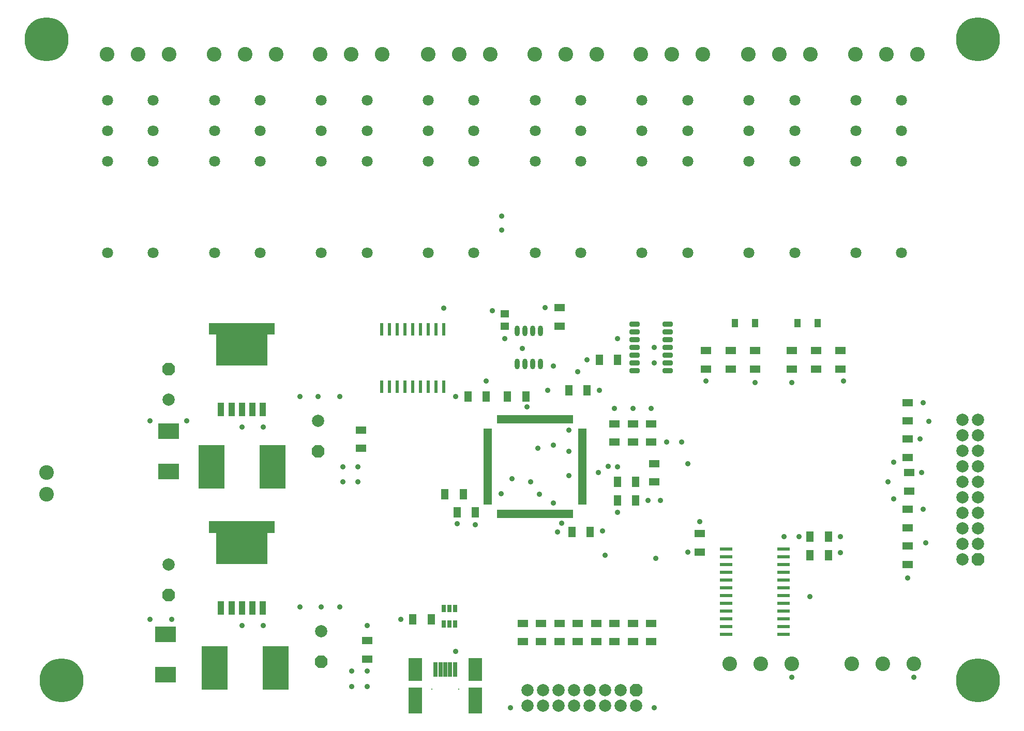
<source format=gbr>
%TF.GenerationSoftware,Altium Limited,Altium Designer,22.4.2 (48)*%
G04 Layer_Color=8388736*
%FSLAX45Y45*%
%MOMM*%
%TF.SameCoordinates,D9E3D5A9-656C-4745-A5A9-85A6BD0C2532*%
%TF.FilePolarity,Negative*%
%TF.FileFunction,Soldermask,Top*%
%TF.Part,Single*%
G01*
G75*
%TA.AperFunction,SMDPad,CuDef*%
%ADD20R,0.60000X2.00000*%
%ADD21R,2.00000X0.60000*%
%ADD22C,6.29100*%
%ADD23R,1.07000X2.16000*%
G04:AMPARAMS|DCode=49|XSize=1.7532mm|YSize=0.8032mm|CornerRadius=0.4016mm|HoleSize=0mm|Usage=FLASHONLY|Rotation=270.000|XOffset=0mm|YOffset=0mm|HoleType=Round|Shape=RoundedRectangle|*
%AMROUNDEDRECTD49*
21,1,1.75320,0.00000,0,0,270.0*
21,1,0.95000,0.80320,0,0,270.0*
1,1,0.80320,0.00000,-0.47500*
1,1,0.80320,0.00000,0.47500*
1,1,0.80320,0.00000,0.47500*
1,1,0.80320,0.00000,-0.47500*
%
%ADD49ROUNDEDRECTD49*%
%ADD50R,1.80320X1.20320*%
%ADD51R,4.20320X7.20320*%
%ADD52R,1.20320X1.80320*%
%ADD53R,1.45320X1.20320*%
%ADD54R,3.50320X2.60320*%
G04:AMPARAMS|DCode=55|XSize=0.8032mm|YSize=1.6532mm|CornerRadius=0.1526mm|HoleSize=0mm|Usage=FLASHONLY|Rotation=270.000|XOffset=0mm|YOffset=0mm|HoleType=Round|Shape=RoundedRectangle|*
%AMROUNDEDRECTD55*
21,1,0.80320,1.34800,0,0,270.0*
21,1,0.49800,1.65320,0,0,270.0*
1,1,0.30520,-0.67400,-0.24900*
1,1,0.30520,-0.67400,0.24900*
1,1,0.30520,0.67400,0.24900*
1,1,0.30520,0.67400,-0.24900*
%
%ADD55ROUNDEDRECTD55*%
%ADD56R,1.40320X0.50320*%
%ADD57R,0.50320X1.40320*%
%ADD58R,1.11320X1.42320*%
%ADD59R,0.80320X1.30320*%
%TA.AperFunction,ConnectorPad*%
%ADD60R,2.20320X4.20320*%
%ADD61R,2.20320X3.70320*%
%ADD62R,0.70320X2.40320*%
%TA.AperFunction,ComponentPad*%
%ADD63C,2.00320*%
G04:AMPARAMS|DCode=64|XSize=2.0032mm|YSize=2.0032mm|CornerRadius=0mm|HoleSize=0mm|Usage=FLASHONLY|Rotation=90.000|XOffset=0mm|YOffset=0mm|HoleType=Round|Shape=Octagon|*
%AMOCTAGOND64*
4,1,8,0.50080,1.00160,-0.50080,1.00160,-1.00160,0.50080,-1.00160,-0.50080,-0.50080,-1.00160,0.50080,-1.00160,1.00160,-0.50080,1.00160,0.50080,0.50080,1.00160,0.0*
%
%ADD64OCTAGOND64*%

%ADD65C,2.40320*%
G04:AMPARAMS|DCode=66|XSize=2.0032mm|YSize=2.0032mm|CornerRadius=0mm|HoleSize=0mm|Usage=FLASHONLY|Rotation=180.000|XOffset=0mm|YOffset=0mm|HoleType=Round|Shape=Octagon|*
%AMOCTAGOND66*
4,1,8,-1.00160,0.50080,-1.00160,-0.50080,-0.50080,-1.00160,0.50080,-1.00160,1.00160,-0.50080,1.00160,0.50080,0.50080,1.00160,-0.50080,1.00160,-1.00160,0.50080,0.0*
%
%ADD66OCTAGOND66*%

%ADD67C,1.80320*%
%ADD68C,0.20320*%
%TA.AperFunction,ViaPad*%
%ADD69C,7.20320*%
%ADD70C,0.90320*%
G36*
X4240000Y3163000D02*
X4116500D01*
Y2655000D01*
X3283500D01*
Y3163000D01*
X3160000D01*
Y3354000D01*
X4240000D01*
Y3163000D01*
D02*
G37*
G36*
Y6413000D02*
X4116500D01*
Y5905000D01*
X3283500D01*
Y6413000D01*
X3160000D01*
Y6604000D01*
X4240000D01*
Y6413000D01*
D02*
G37*
D20*
X5988000Y6500000D02*
D03*
X6115000D02*
D03*
X6242000D02*
D03*
X6369000D02*
D03*
X6496000D02*
D03*
X6623000D02*
D03*
X6750000D02*
D03*
X6877000D02*
D03*
X7004000D02*
D03*
Y5560000D02*
D03*
X6877000D02*
D03*
X6750000D02*
D03*
X6623000D02*
D03*
X6496000D02*
D03*
X6369000D02*
D03*
X6242000D02*
D03*
X6115000D02*
D03*
X5988000D02*
D03*
D21*
X12570000Y2898500D02*
D03*
Y2771500D02*
D03*
Y2644500D02*
D03*
Y2517500D02*
D03*
Y2390500D02*
D03*
Y2263500D02*
D03*
Y2136500D02*
D03*
Y2009500D02*
D03*
Y1882500D02*
D03*
Y1755500D02*
D03*
Y1628500D02*
D03*
Y1501500D02*
D03*
X11630000D02*
D03*
Y1628500D02*
D03*
Y1755500D02*
D03*
Y1882500D02*
D03*
Y2009500D02*
D03*
Y2136500D02*
D03*
Y2263500D02*
D03*
Y2390500D02*
D03*
Y2517500D02*
D03*
Y2644500D02*
D03*
Y2771500D02*
D03*
Y2898500D02*
D03*
D22*
X3700000Y6254500D02*
D03*
Y3004500D02*
D03*
D23*
X3360000Y5187000D02*
D03*
X3530000D02*
D03*
X3700000D02*
D03*
X3870000D02*
D03*
X4040000D02*
D03*
X3360000Y1937000D02*
D03*
X3530000D02*
D03*
X3700000D02*
D03*
X3870000D02*
D03*
X4040000D02*
D03*
D49*
X8590500Y6470000D02*
D03*
X8463500D02*
D03*
X8336500D02*
D03*
X8209500D02*
D03*
Y5930000D02*
D03*
X8336500D02*
D03*
X8463500D02*
D03*
X8590500D02*
D03*
D50*
X8900000Y6850000D02*
D03*
Y6550000D02*
D03*
X9800000Y4950000D02*
D03*
Y4650000D02*
D03*
X10100000Y4950000D02*
D03*
Y4650000D02*
D03*
X10400000Y4950000D02*
D03*
Y4650000D02*
D03*
X10450000Y4000000D02*
D03*
Y4300000D02*
D03*
X5650000Y4550000D02*
D03*
Y4850000D02*
D03*
X11200000Y2850000D02*
D03*
Y3150000D02*
D03*
X8300000Y1683000D02*
D03*
Y1383000D02*
D03*
X8600000D02*
D03*
Y1683000D02*
D03*
X9200000D02*
D03*
Y1383000D02*
D03*
X9800000Y1683000D02*
D03*
Y1383000D02*
D03*
X10100000Y1683000D02*
D03*
Y1383000D02*
D03*
X10400000Y1683000D02*
D03*
Y1383000D02*
D03*
X8900000Y1683000D02*
D03*
Y1383000D02*
D03*
X9500000Y1683000D02*
D03*
Y1383000D02*
D03*
X14625000Y4150000D02*
D03*
Y3850000D02*
D03*
X14600000Y4400000D02*
D03*
Y4700000D02*
D03*
Y3550000D02*
D03*
Y3250000D02*
D03*
Y2950000D02*
D03*
Y2650000D02*
D03*
X11299999Y6150000D02*
D03*
Y5850000D02*
D03*
X14600000Y5000000D02*
D03*
Y5300000D02*
D03*
X5750000Y1400000D02*
D03*
Y1100000D02*
D03*
X13499998Y5850000D02*
D03*
Y6150000D02*
D03*
X13099998D02*
D03*
Y5850000D02*
D03*
X12699999Y6150000D02*
D03*
Y5850000D02*
D03*
X11699999Y6150000D02*
D03*
Y5850000D02*
D03*
X12099999Y6150000D02*
D03*
Y5850000D02*
D03*
D51*
X3200000Y4250000D02*
D03*
X4200000D02*
D03*
X3250000Y950000D02*
D03*
X4250000D02*
D03*
D52*
X6800000Y1750000D02*
D03*
X6500000D02*
D03*
X7400000Y5400000D02*
D03*
X7700000D02*
D03*
X10150000Y3700000D02*
D03*
X9850000D02*
D03*
X10150000Y4000000D02*
D03*
X9850000D02*
D03*
X9350000Y5500000D02*
D03*
X9050000D02*
D03*
X9400682Y3179199D02*
D03*
X9100682D02*
D03*
X7525000Y3500000D02*
D03*
X7225000D02*
D03*
X8350000Y5400000D02*
D03*
X8050000D02*
D03*
X7025000Y3800000D02*
D03*
X7325000D02*
D03*
X13300000Y3100000D02*
D03*
X13000000D02*
D03*
Y2800000D02*
D03*
X13300000D02*
D03*
X9550000Y6000000D02*
D03*
X9850000D02*
D03*
D53*
X8000000Y6750000D02*
D03*
Y6550000D02*
D03*
D54*
X2500000Y4830000D02*
D03*
Y4170000D02*
D03*
X2450000Y840000D02*
D03*
Y1500000D02*
D03*
D55*
X10127500Y6581000D02*
D03*
Y6454000D02*
D03*
Y6327000D02*
D03*
Y6200000D02*
D03*
Y6073000D02*
D03*
Y5946000D02*
D03*
Y5819000D02*
D03*
X10672500Y6581000D02*
D03*
Y6454000D02*
D03*
Y6327000D02*
D03*
Y6200000D02*
D03*
Y6073000D02*
D03*
Y5946000D02*
D03*
Y5819000D02*
D03*
D56*
X9275000Y3650000D02*
D03*
Y3700000D02*
D03*
X9275000Y3750000D02*
D03*
X9275000Y3800000D02*
D03*
Y3850000D02*
D03*
Y3900000D02*
D03*
Y3950000D02*
D03*
Y4000000D02*
D03*
Y4050000D02*
D03*
Y4100000D02*
D03*
Y4150000D02*
D03*
Y4200000D02*
D03*
Y4250000D02*
D03*
Y4300000D02*
D03*
X9275000Y4350000D02*
D03*
X9274999Y4400000D02*
D03*
X9275000Y4450000D02*
D03*
Y4500000D02*
D03*
Y4550000D02*
D03*
Y4600000D02*
D03*
Y4650000D02*
D03*
Y4700000D02*
D03*
Y4750000D02*
D03*
Y4800000D02*
D03*
Y4850000D02*
D03*
X7725000D02*
D03*
Y4800000D02*
D03*
X7725000Y4750000D02*
D03*
X7725000Y4700000D02*
D03*
Y4650000D02*
D03*
Y4600000D02*
D03*
Y4550000D02*
D03*
Y4500000D02*
D03*
Y4450000D02*
D03*
Y4400000D02*
D03*
Y4350000D02*
D03*
Y4300000D02*
D03*
Y4250000D02*
D03*
Y4200000D02*
D03*
X7725000Y4150000D02*
D03*
X7725001Y4100000D02*
D03*
X7725000Y4050000D02*
D03*
Y4000000D02*
D03*
Y3950000D02*
D03*
Y3900000D02*
D03*
Y3850000D02*
D03*
Y3800000D02*
D03*
Y3750000D02*
D03*
Y3700000D02*
D03*
Y3650000D02*
D03*
D57*
X9100000Y5025000D02*
D03*
X9050000D02*
D03*
X9000000Y5025000D02*
D03*
X8950000Y5025000D02*
D03*
X8900000D02*
D03*
X8850000D02*
D03*
X8800000D02*
D03*
X8750000D02*
D03*
X8700000D02*
D03*
X8650000D02*
D03*
X8600000D02*
D03*
X8550000D02*
D03*
X8500000D02*
D03*
X8450000D02*
D03*
X8400000Y5025000D02*
D03*
X8350000Y5024999D02*
D03*
X8300000Y5025000D02*
D03*
X8250000D02*
D03*
X8200000D02*
D03*
X8150000D02*
D03*
X8100000D02*
D03*
X8050000D02*
D03*
X8000000D02*
D03*
X7950000D02*
D03*
X7900000D02*
D03*
Y3475000D02*
D03*
X7950000D02*
D03*
X8000000Y3475000D02*
D03*
X8050000Y3475000D02*
D03*
X8100000D02*
D03*
X8150000D02*
D03*
X8200000D02*
D03*
X8250000D02*
D03*
X8300000D02*
D03*
X8350000D02*
D03*
X8400000D02*
D03*
X8450000D02*
D03*
X8500000D02*
D03*
X8550000D02*
D03*
X8600000Y3475000D02*
D03*
X8650000Y3475000D02*
D03*
X8700000Y3475000D02*
D03*
X8750000D02*
D03*
X8800000D02*
D03*
X8850000D02*
D03*
X8900000D02*
D03*
X8950000D02*
D03*
X9000000D02*
D03*
X9050000D02*
D03*
X9100000D02*
D03*
D58*
X12800000Y6600000D02*
D03*
X13127499D02*
D03*
X12099999D02*
D03*
X11772499D02*
D03*
D59*
X7005000Y1930000D02*
D03*
X7100000D02*
D03*
X7195000D02*
D03*
Y1670000D02*
D03*
X7100000D02*
D03*
X7005000D02*
D03*
D60*
X6540000Y415000D02*
D03*
X7520000D02*
D03*
D61*
X6540000Y925000D02*
D03*
X7520000D02*
D03*
D62*
X7190000D02*
D03*
X7110000D02*
D03*
X7030000D02*
D03*
X6950000D02*
D03*
X6870000D02*
D03*
D63*
X15496001Y3492000D02*
D03*
X15750000D02*
D03*
X15496001Y3238000D02*
D03*
X15750000D02*
D03*
X15496001Y2984000D02*
D03*
X15750000D02*
D03*
X15496001Y2730000D02*
D03*
X15750000Y3746000D02*
D03*
X15496001D02*
D03*
X15750000Y4000000D02*
D03*
X15496001D02*
D03*
X15750000Y4254000D02*
D03*
X15496001D02*
D03*
X15750000Y4508000D02*
D03*
X15496001D02*
D03*
Y4762000D02*
D03*
X15750000D02*
D03*
Y5016000D02*
D03*
X15496001D02*
D03*
X2500000Y5350000D02*
D03*
X8376000Y333000D02*
D03*
Y587000D02*
D03*
X8630000Y333000D02*
D03*
Y587000D02*
D03*
X8884000Y333000D02*
D03*
Y587000D02*
D03*
X9138000Y333000D02*
D03*
Y587000D02*
D03*
X10154000Y333000D02*
D03*
X9900000Y587000D02*
D03*
Y333000D02*
D03*
X9646000Y587000D02*
D03*
Y333000D02*
D03*
X9392000Y587000D02*
D03*
Y333000D02*
D03*
X5000000Y1550000D02*
D03*
X2500000Y2650000D02*
D03*
X4950000Y5000000D02*
D03*
D64*
X15750000Y2730000D02*
D03*
X2500000Y5850000D02*
D03*
X5000000Y1050000D02*
D03*
X2500000Y2150000D02*
D03*
X4950000Y4500000D02*
D03*
D65*
X13742000Y11000000D02*
D03*
X14250000D02*
D03*
X14758000D02*
D03*
X11991999D02*
D03*
X12499999D02*
D03*
X13007999D02*
D03*
X10233999D02*
D03*
X10741999D02*
D03*
X11249999D02*
D03*
X8491999D02*
D03*
X8999999D02*
D03*
X9507999D02*
D03*
X6749999D02*
D03*
X7257999D02*
D03*
X7765999D02*
D03*
X4983999D02*
D03*
X5491999D02*
D03*
X5999999D02*
D03*
X3242000D02*
D03*
X3750000D02*
D03*
X4258000D02*
D03*
X1492000D02*
D03*
X2000000D02*
D03*
X2508000D02*
D03*
X14700000Y1021000D02*
D03*
X14192000D02*
D03*
X13684000D02*
D03*
X12700000D02*
D03*
X12192000D02*
D03*
X11684000D02*
D03*
X500000Y4150000D02*
D03*
Y3800000D02*
D03*
D66*
X10154000Y587000D02*
D03*
D67*
X14500000Y9250000D02*
D03*
Y10250000D02*
D03*
Y7750000D02*
D03*
Y9750000D02*
D03*
X13750000D02*
D03*
Y9250000D02*
D03*
Y7750000D02*
D03*
Y10250000D02*
D03*
X2250000Y9250000D02*
D03*
Y10250000D02*
D03*
Y7750000D02*
D03*
Y9750000D02*
D03*
X1500000D02*
D03*
Y9250000D02*
D03*
Y7750000D02*
D03*
Y10250000D02*
D03*
X4000000Y9250000D02*
D03*
Y10250000D02*
D03*
Y7750000D02*
D03*
Y9750000D02*
D03*
X3250000D02*
D03*
Y9250000D02*
D03*
Y7750000D02*
D03*
Y10250000D02*
D03*
X5750000Y9250000D02*
D03*
Y10250000D02*
D03*
Y7750000D02*
D03*
Y9750000D02*
D03*
X5000000D02*
D03*
Y9250000D02*
D03*
Y7750000D02*
D03*
Y10250000D02*
D03*
X7500000Y9250000D02*
D03*
Y10250000D02*
D03*
Y7750000D02*
D03*
Y9750000D02*
D03*
X6750000D02*
D03*
Y9250000D02*
D03*
Y7750000D02*
D03*
Y10250000D02*
D03*
X9250000Y9250000D02*
D03*
Y10250000D02*
D03*
Y7750000D02*
D03*
Y9750000D02*
D03*
X8500000D02*
D03*
Y9250000D02*
D03*
Y7750000D02*
D03*
Y10250000D02*
D03*
X12750000Y9250000D02*
D03*
Y10250000D02*
D03*
Y7750000D02*
D03*
Y9750000D02*
D03*
X12000000D02*
D03*
Y9250000D02*
D03*
Y7750000D02*
D03*
Y10250000D02*
D03*
X11000000Y9250000D02*
D03*
Y10250000D02*
D03*
Y7750000D02*
D03*
Y9750000D02*
D03*
X10250000D02*
D03*
Y9250000D02*
D03*
Y7750000D02*
D03*
Y10250000D02*
D03*
D68*
X6810000Y605000D02*
D03*
X7250000D02*
D03*
D69*
X500000Y11250000D02*
D03*
X750000Y750000D02*
D03*
X15750000D02*
D03*
Y11250000D02*
D03*
D70*
X9050000Y4500000D02*
D03*
X8936861Y3324261D02*
D03*
X8800000Y3650000D02*
D03*
X9050000Y4850000D02*
D03*
Y4100000D02*
D03*
X7941390Y3806787D02*
D03*
X4000000Y6100000D02*
D03*
X3700000D02*
D03*
X3400000D02*
D03*
Y6300000D02*
D03*
X3700000D02*
D03*
X4000000D02*
D03*
Y6500000D02*
D03*
X3700000D02*
D03*
X3400000D02*
D03*
X3500000Y2700000D02*
D03*
Y2900000D02*
D03*
X3700000Y2700000D02*
D03*
X3900000D02*
D03*
Y3300000D02*
D03*
X3700000D02*
D03*
X3500000D02*
D03*
X3700000Y2900000D02*
D03*
X3900000D02*
D03*
Y3100000D02*
D03*
X3700000D02*
D03*
X3500000D02*
D03*
X8295000Y6182500D02*
D03*
X8702500Y5497500D02*
D03*
X8365000Y5230000D02*
D03*
X8000000Y6350000D02*
D03*
X8800000Y5900000D02*
D03*
X9200000Y5800000D02*
D03*
X8661258Y6853677D02*
D03*
X14900000Y3000000D02*
D03*
X13000000Y2125000D02*
D03*
X6300000Y1750000D02*
D03*
X14600000Y2425000D02*
D03*
X14375000Y3725000D02*
D03*
X14275000Y4000000D02*
D03*
X14825000Y4150000D02*
D03*
X14944250Y4994250D02*
D03*
X14375000Y4325000D02*
D03*
X12825000Y3100000D02*
D03*
X12575000D02*
D03*
X12700000Y5625000D02*
D03*
X12100000D02*
D03*
X7004000Y6846000D02*
D03*
X7950000Y8125000D02*
D03*
Y8350000D02*
D03*
X9650000Y2800000D02*
D03*
X9850000Y3500000D02*
D03*
X8866338Y3183504D02*
D03*
X9600000Y3200000D02*
D03*
X8575000Y3800000D02*
D03*
X8425000Y4000000D02*
D03*
X8125000Y4050000D02*
D03*
X11200079Y3349921D02*
D03*
X11000000Y2850000D02*
D03*
X13500000Y2838500D02*
D03*
Y3100000D02*
D03*
X14850000Y3550000D02*
D03*
X10475000Y2750000D02*
D03*
X10450000Y5950000D02*
D03*
Y6200000D02*
D03*
X9850000Y6350000D02*
D03*
X9550000Y5500000D02*
D03*
X8550000Y4550000D02*
D03*
X8800000Y4600000D02*
D03*
X10450000Y300000D02*
D03*
X8100000D02*
D03*
X14700000Y800000D02*
D03*
X12700000D02*
D03*
X14800000Y4700000D02*
D03*
X11000000Y4300000D02*
D03*
X5600000Y4000000D02*
D03*
X5350000D02*
D03*
X5600000Y4250000D02*
D03*
X5350000D02*
D03*
X7800000Y6800000D02*
D03*
X14850000Y5300000D02*
D03*
X9850000Y4250000D02*
D03*
X10650000Y4650000D02*
D03*
X10900000D02*
D03*
X7700000Y5650000D02*
D03*
X9800000Y5200000D02*
D03*
X10100000D02*
D03*
X10400000D02*
D03*
X10550000Y3700000D02*
D03*
X10350000D02*
D03*
X7525000Y3300000D02*
D03*
X7200000Y1225000D02*
D03*
X13550000Y5650000D02*
D03*
X11300000D02*
D03*
X9350000Y6000000D02*
D03*
X7200000Y5400000D02*
D03*
X7224913Y3317340D02*
D03*
X9696282Y4256458D02*
D03*
X9537579Y4150000D02*
D03*
X5500000Y650000D02*
D03*
X5750000D02*
D03*
Y900000D02*
D03*
X5500000D02*
D03*
X5750000Y1650000D02*
D03*
X4050000Y4900000D02*
D03*
X3700000D02*
D03*
Y1650000D02*
D03*
X4050000D02*
D03*
X5300000Y1950000D02*
D03*
X5000000D02*
D03*
X4650000D02*
D03*
X5300000Y5400000D02*
D03*
X4650000D02*
D03*
X4950000D02*
D03*
X2800000Y5000000D02*
D03*
X2200000D02*
D03*
X2550000Y1750000D02*
D03*
X2200000D02*
D03*
%TF.MD5,4def08be22a34248a8d4521e6680fc54*%
M02*

</source>
